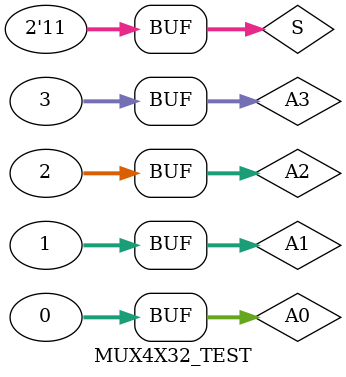
<source format=v>
`timescale 1ns / 1ps


module MUX4X32(A0,A1,A2,A3,S,Y);
    input [31:0] A0,A1,A2,A3;
    input [1:0] S;
    output [31:0] Y;
    reg [1:0] S1;
    always #10 begin
       if(S) S1 <= S;
       else S1 <= 'b00;
     end
    function[31:0] select;
        input [31:0] A0,A1,A2,A3;
        input [1:0]S1;
            case(S1)
                2'b00:select = A0;
                2'b01:select = A1;
                2'b10:select = A2;
                2'b11:select = A3;
            endcase
    endfunction
    assign Y = select(A0,A1,A2,A3,S1);
endmodule

module MUX4X32_TEST;
    reg [31:0] A0, A1, A2, A3;
    reg [1:0] S;
    wire [31:0] Y;
    MUX4X32 MUX4X32_test( .A0(A0), .A1(A1), .A2(A2), .A3(A3), .S(S) , .Y(Y));
        initial begin
            A0 = 'b00000000000000000000000000000000;
            A1 = 'b00000000000000000000000000000001;
            A2 = 'b00000000000000000000000000000010;
            A3 = 'b00000000000000000000000000000011;
            S = 'b00;    
            #20;
            S = 'b01;          
            #20;
            S = 'b10;                           
            #20;
            S = 'b11;
           end
endmodule
       
</source>
